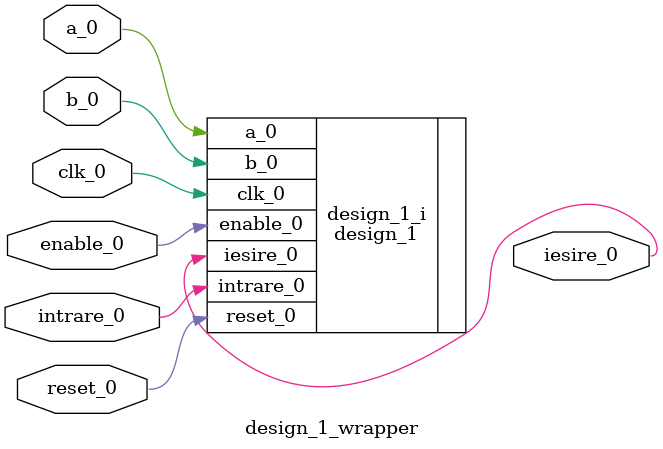
<source format=v>
`timescale 1 ps / 1 ps

module design_1_wrapper
   (a_0,
    b_0,
    clk_0,
    enable_0,
    iesire_0,
    intrare_0,
    reset_0);
  input a_0;
  input b_0;
  input clk_0;
  input enable_0;
  output iesire_0;
  input intrare_0;
  input reset_0;

  wire a_0;
  wire b_0;
  wire clk_0;
  wire enable_0;
  wire iesire_0;
  wire intrare_0;
  wire reset_0;

  design_1 design_1_i
       (.a_0(a_0),
        .b_0(b_0),
        .clk_0(clk_0),
        .enable_0(enable_0),
        .iesire_0(iesire_0),
        .intrare_0(intrare_0),
        .reset_0(reset_0));
endmodule

</source>
